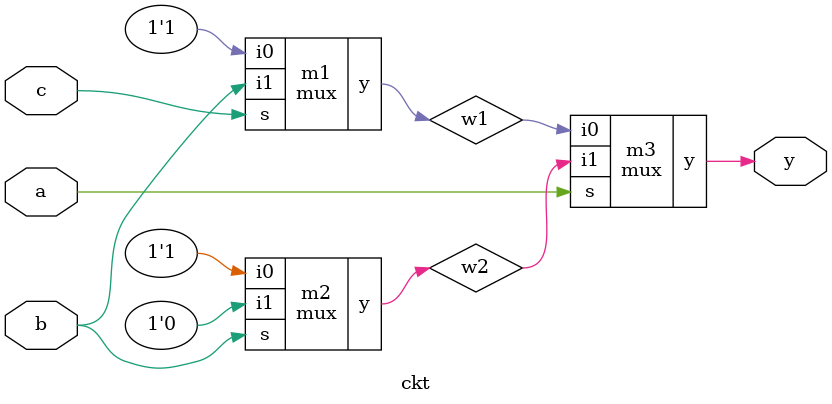
<source format=v>

module mux(i1,i0,s,y);
    input i1,i0,s;
    output y;

    assign y=s?i1:i0;
endmodule

module ckt(a,b,c,y);
    input a,b,c;
    output y;
    wire w1,w2;
    mux m1(b,1'b1,c,w1);
    mux m2(1'b0,1'b1,b,w2);
    mux m3(w2,w1,a,y);
endmodule
</source>
